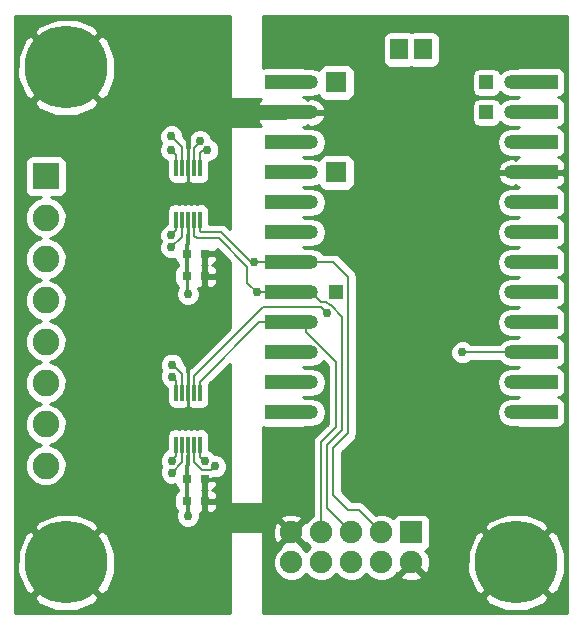
<source format=gtl>
G04 #@! TF.FileFunction,Copper,L1,Top,Signal*
%FSLAX46Y46*%
G04 Gerber Fmt 4.6, Leading zero omitted, Abs format (unit mm)*
G04 Created by KiCad (PCBNEW 4.0.4-stable) date Sunday, November 27, 2016 'PMt' 03:20:47 PM*
%MOMM*%
%LPD*%
G01*
G04 APERTURE LIST*
%ADD10C,0.100000*%
%ADD11O,2.000000X1.200000*%
%ADD12R,3.175000X1.270000*%
%ADD13R,1.778000X1.778000*%
%ADD14R,1.143000X1.143000*%
%ADD15R,1.524000X1.778000*%
%ADD16R,0.800000X0.750000*%
%ADD17R,2.250000X2.250000*%
%ADD18C,2.250000*%
%ADD19R,0.300000X1.450000*%
%ADD20C,7.000000*%
%ADD21C,0.600000*%
%ADD22C,1.900000*%
%ADD23R,1.900000X1.900000*%
%ADD24C,0.762000*%
%ADD25C,0.203200*%
%ADD26C,1.270000*%
%ADD27C,0.254000*%
%ADD28C,0.381000*%
%ADD29C,0.304800*%
G04 APERTURE END LIST*
D10*
D11*
X43180000Y45720000D03*
X25400000Y45720000D03*
X43180000Y43180000D03*
X25400000Y43180000D03*
X43180000Y40640000D03*
X25400000Y40640000D03*
X43180000Y38100000D03*
X25400000Y38100000D03*
X43180000Y35560000D03*
X25400000Y35560000D03*
X43180000Y33020000D03*
X25400000Y33020000D03*
X43180000Y30480000D03*
X25400000Y30480000D03*
X43180000Y27940000D03*
X25400000Y27940000D03*
X43180000Y25400000D03*
X25400000Y25400000D03*
X43180000Y22860000D03*
X25400000Y22860000D03*
X43180000Y20320000D03*
X25400000Y20320000D03*
X43180000Y17780000D03*
X25400000Y17780000D03*
D12*
X23495000Y45720000D03*
X23495000Y43180000D03*
X23495000Y40640000D03*
X23495000Y38100000D03*
X23495000Y35560000D03*
X23495000Y33020000D03*
X23495000Y30480000D03*
X23495000Y27940000D03*
X23495000Y25400000D03*
X23495000Y22860000D03*
X23495000Y20320000D03*
X23495000Y17780000D03*
X45085000Y17780000D03*
X45085000Y20320000D03*
X45085000Y22860000D03*
X45085000Y25400000D03*
X45085000Y27940000D03*
X45085000Y30480000D03*
X45085000Y33020000D03*
X45085000Y35560000D03*
X45085000Y38100000D03*
X45085000Y40640000D03*
X45085000Y43180000D03*
X45085000Y45720000D03*
D13*
X27940000Y45720000D03*
X27940000Y38100000D03*
D14*
X27940000Y27940000D03*
X40640000Y43180000D03*
X40640000Y45720000D03*
D15*
X35306000Y48514000D03*
X33274000Y48514000D03*
D16*
X15280000Y29335000D03*
X16780000Y29335000D03*
X15280000Y10285000D03*
X16780000Y10285000D03*
X15280000Y31240000D03*
X16780000Y31240000D03*
X15280000Y12190000D03*
X16780000Y12190000D03*
D17*
X3330000Y37775000D03*
D18*
X3330000Y34275000D03*
X3330000Y30775000D03*
X3330000Y27275000D03*
X3330000Y23775000D03*
X3330000Y20275000D03*
X3330000Y16775000D03*
X3330000Y13275000D03*
D19*
X16395000Y34120000D03*
X16395000Y38520000D03*
X15895000Y34120000D03*
X15895000Y38520000D03*
X15395000Y34120000D03*
X15395000Y38520000D03*
X14895000Y34120000D03*
X14895000Y38520000D03*
X14395000Y34120000D03*
X14395000Y38520000D03*
X16395000Y15070000D03*
X16395000Y19470000D03*
X15895000Y15070000D03*
X15895000Y19470000D03*
X15395000Y15070000D03*
X15395000Y19470000D03*
X14895000Y15070000D03*
X14895000Y19470000D03*
X14395000Y15070000D03*
X14395000Y19470000D03*
D20*
X43180000Y5080000D03*
D21*
X45805000Y5080000D03*
X45036155Y3223845D03*
X43180000Y2455000D03*
X41323845Y3223845D03*
X40555000Y5080000D03*
X41323845Y6936155D03*
X43180000Y7705000D03*
X45036155Y6936155D03*
D20*
X5080000Y46990000D03*
D21*
X7705000Y46990000D03*
X6936155Y45133845D03*
X5080000Y44365000D03*
X3223845Y45133845D03*
X2455000Y46990000D03*
X3223845Y48846155D03*
X5080000Y49615000D03*
X6936155Y48846155D03*
D20*
X5080000Y5080000D03*
D21*
X7705000Y5080000D03*
X6936155Y3223845D03*
X5080000Y2455000D03*
X3223845Y3223845D03*
X2455000Y5080000D03*
X3223845Y6936155D03*
X5080000Y7705000D03*
X6936155Y6936155D03*
D22*
X34290000Y5080000D03*
D23*
X34290000Y7620000D03*
D22*
X31750000Y5080000D03*
X31750000Y7620000D03*
X29210000Y5080000D03*
X29210000Y7620000D03*
X26670000Y5080000D03*
X26670000Y7620000D03*
X24130000Y5080000D03*
X24130000Y7620000D03*
D24*
X13970000Y41148000D03*
X13970000Y40005000D03*
X13970000Y32766800D03*
X13970000Y31750000D03*
X13998000Y21842000D03*
X13998000Y20826000D03*
X13998000Y13714000D03*
X13998000Y12698000D03*
X10033000Y35052000D03*
X12827000Y8255000D03*
X11684000Y9525000D03*
X9017000Y10795000D03*
X7747000Y17907000D03*
X10287000Y18542000D03*
X10287000Y16002000D03*
X11557000Y25019000D03*
X14097000Y25019000D03*
X11557000Y28702000D03*
X9144000Y29845000D03*
X11684000Y44069000D03*
X12827000Y45212000D03*
X10033000Y37592000D03*
X7747000Y36449000D03*
X15367000Y27813000D03*
X15367000Y9017000D03*
X21209000Y27940000D03*
X17653000Y13208000D03*
X17018000Y40005000D03*
X20955000Y30480000D03*
X16791799Y13643851D03*
X16383000Y40767000D03*
X38608000Y22860000D03*
X27178000Y26162000D03*
D25*
X14859774Y40258226D02*
X14350999Y40767001D01*
X14859774Y39483426D02*
X14859774Y40258226D01*
X14895000Y39448200D02*
X14859774Y39483426D01*
X14895000Y38520000D02*
X14895000Y39448200D01*
X14350999Y40767001D02*
X13970000Y41148000D01*
X14395000Y38520000D02*
X14395000Y39580000D01*
X14395000Y39580000D02*
X13970000Y40005000D01*
X14395000Y34120000D02*
X14395000Y33191800D01*
X14395000Y33191800D02*
X13970000Y32766800D01*
X14895000Y32675000D02*
X13970000Y31750000D01*
X14895000Y34120000D02*
X14895000Y32675000D01*
X14895000Y21072000D02*
X14125000Y21842000D01*
X14125000Y21842000D02*
X13998000Y21842000D01*
X14895000Y19470000D02*
X14895000Y21072000D01*
X14395000Y20429000D02*
X13998000Y20826000D01*
X14395000Y19470000D02*
X14395000Y20429000D01*
X14395000Y14111000D02*
X13998000Y13714000D01*
X14395000Y15070000D02*
X14395000Y14111000D01*
X14895000Y13595000D02*
X13998000Y12698000D01*
X14895000Y15070000D02*
X14895000Y13595000D01*
D26*
X23495000Y43180000D02*
X17780000Y43180000D01*
D25*
X16780000Y12190000D02*
X16780000Y10285000D01*
D27*
X15367000Y18463000D02*
X15367000Y17526000D01*
X15395000Y19470000D02*
X15395000Y18491000D01*
X15395000Y18491000D02*
X15367000Y18463000D01*
X15395000Y21588000D02*
X15395000Y23721000D01*
X15395000Y23721000D02*
X14097000Y25019000D01*
X15395000Y38520000D02*
X15395000Y36350000D01*
X15395000Y38520000D02*
X15395000Y37541000D01*
D28*
X15367000Y40259000D02*
X15367000Y41275000D01*
X15395000Y40231000D02*
X15367000Y40259000D01*
D27*
X15395000Y38520000D02*
X15395000Y40231000D01*
D25*
X11049000Y10795000D02*
X11684000Y10160000D01*
X11684000Y10160000D02*
X11684000Y9525000D01*
X9017000Y10795000D02*
X11049000Y10795000D01*
X14097000Y25019000D02*
X11557000Y25019000D01*
X9144000Y29845000D02*
X10287000Y28702000D01*
X10287000Y28702000D02*
X11557000Y28702000D01*
X12827000Y44069000D02*
X11684000Y44069000D01*
X12827000Y45212000D02*
X12827000Y44069000D01*
X8890000Y36449000D02*
X10033000Y37592000D01*
X7747000Y36449000D02*
X8890000Y36449000D01*
D29*
X15395000Y21207000D02*
X15395000Y21588000D01*
D27*
X15395000Y20449000D02*
X15395000Y21207000D01*
X15395000Y19470000D02*
X15395000Y20449000D01*
D25*
X45085000Y45720000D02*
X43180000Y45720000D01*
D27*
X15280000Y27900000D02*
X15367000Y27813000D01*
X15280000Y29335000D02*
X15280000Y27900000D01*
D29*
X15367000Y9017000D02*
X15367000Y10198000D01*
X15367000Y10198000D02*
X15280000Y10285000D01*
X15280000Y29335000D02*
X15280000Y31240000D01*
X15367000Y32766000D02*
X15367000Y32006800D01*
X15367000Y32006800D02*
X15280000Y31919800D01*
X15280000Y31919800D02*
X15280000Y31240000D01*
X15395000Y32794000D02*
X15367000Y32766000D01*
D27*
X15395000Y34120000D02*
X15395000Y32794000D01*
D29*
X15280000Y12190000D02*
X15280000Y10285000D01*
X15395000Y13333000D02*
X15395000Y13841000D01*
X15395000Y13841000D02*
X15395000Y14054918D01*
D27*
X15395000Y15070000D02*
X15395000Y13841000D01*
D29*
X15280000Y13218000D02*
X15395000Y13333000D01*
X15280000Y12190000D02*
X15280000Y13218000D01*
D25*
X45085000Y33020000D02*
X43180000Y33020000D01*
X45085000Y30480000D02*
X43180000Y30480000D01*
X23495000Y27940000D02*
X25400000Y27940000D01*
X27178000Y9652000D02*
X28260001Y8569999D01*
X27178000Y14986000D02*
X27178000Y9652000D01*
X27380186Y26847802D02*
X27507186Y26847802D01*
X25400000Y27940000D02*
X25800000Y27940000D01*
X28448000Y25906988D02*
X28448000Y16256000D01*
X25800000Y27940000D02*
X26603200Y27136800D01*
X26603200Y27136800D02*
X27091188Y27136800D01*
X27091188Y27136800D02*
X27380186Y26847802D01*
X27507186Y26847802D02*
X28448000Y25906988D01*
X28448000Y16256000D02*
X27178000Y14986000D01*
X28260001Y8569999D02*
X29210000Y7620000D01*
X21209000Y27940000D02*
X20383500Y28765500D01*
X20383500Y28765500D02*
X20383500Y30099000D01*
X20383500Y30099000D02*
X17970500Y32512000D01*
X17970500Y32512000D02*
X16129000Y32512000D01*
X16129000Y32512000D02*
X15895000Y32746000D01*
X15895000Y32746000D02*
X15895000Y34120000D01*
X21209000Y27940000D02*
X23495000Y27940000D01*
X16561814Y12901198D02*
X17346198Y12901198D01*
X17346198Y12901198D02*
X17653000Y13208000D01*
X15895000Y13568012D02*
X16561814Y12901198D01*
X15895000Y15070000D02*
X15895000Y13568012D01*
X23495000Y27940000D02*
X21463000Y27940000D01*
X15895000Y33000000D02*
X15895000Y33191800D01*
X15895000Y33191800D02*
X15895000Y34120000D01*
X23495000Y25400000D02*
X25400000Y25400000D01*
X16637000Y40005000D02*
X17018000Y40005000D01*
X16395000Y39763000D02*
X16637000Y40005000D01*
X16395000Y38520000D02*
X16395000Y39763000D01*
X25400000Y24596800D02*
X25400000Y25400000D01*
X26670000Y7620000D02*
X26670000Y15240000D01*
X26670000Y15240000D02*
X27940000Y16510000D01*
X27940000Y16510000D02*
X27940000Y22056800D01*
X27940000Y22056800D02*
X25400000Y24596800D01*
X21704300Y25400000D02*
X23495000Y25400000D01*
X21396800Y25400000D02*
X21704300Y25400000D01*
X16395000Y19470000D02*
X16395000Y20398200D01*
X16395000Y20398200D02*
X21396800Y25400000D01*
X45085000Y25400000D02*
X43180000Y25400000D01*
X45085000Y27940000D02*
X43180000Y27940000D01*
X23495000Y30480000D02*
X25400000Y30480000D01*
X28956000Y29210000D02*
X27686000Y30480000D01*
X27686000Y30480000D02*
X25400000Y30480000D01*
X28956000Y16002000D02*
X28956000Y29210000D01*
X27686000Y14732000D02*
X28956000Y16002000D01*
X27686000Y10795000D02*
X27686000Y14732000D01*
X28956000Y9525000D02*
X27686000Y10795000D01*
X31750000Y7620000D02*
X29845000Y9525000D01*
X29845000Y9525000D02*
X28956000Y9525000D01*
X20701000Y30480000D02*
X20955000Y30480000D01*
X20955000Y30480000D02*
X23495000Y30480000D01*
X16410800Y14024850D02*
X16791799Y13643851D01*
X16395000Y15070000D02*
X16395000Y14040650D01*
X16395000Y14040650D02*
X16410800Y14024850D01*
X16637000Y33020000D02*
X18161000Y33020000D01*
X18161000Y33020000D02*
X20701000Y30480000D01*
X16637000Y33020000D02*
X17399000Y33020000D01*
X16510000Y33020000D02*
X16637000Y33020000D01*
X16395000Y34120000D02*
X16395000Y33135000D01*
X16395000Y33135000D02*
X16510000Y33020000D01*
X23495000Y22860000D02*
X25400000Y22860000D01*
X15895000Y40152000D02*
X16383000Y40640000D01*
X16383000Y40640000D02*
X16383000Y40767000D01*
X15895000Y38520000D02*
X15895000Y40152000D01*
X45085000Y22860000D02*
X43180000Y22860000D01*
X43180000Y22860000D02*
X38608000Y22860000D01*
X21717000Y26670000D02*
X26670000Y26670000D01*
X26670000Y26670000D02*
X27178000Y26162000D01*
X15895000Y19470000D02*
X15895000Y20848000D01*
X15895000Y20848000D02*
X21717000Y26670000D01*
X15895000Y19470000D02*
X15895000Y20975000D01*
X23495000Y45720000D02*
X25400000Y45720000D01*
X45085000Y43180000D02*
X43180000Y43180000D01*
X43180000Y40640000D02*
X45085000Y40640000D01*
X23495000Y40640000D02*
X25400000Y40640000D01*
X25400000Y38100000D02*
X23495000Y38100000D01*
X45085000Y35560000D02*
X43180000Y35560000D01*
X25400000Y35560000D02*
X23495000Y35560000D01*
X25400000Y33020000D02*
X23495000Y33020000D01*
X23495000Y33020000D02*
X25285700Y33020000D01*
X25285700Y33020000D02*
X25527000Y33261300D01*
X45085000Y20320000D02*
X43180000Y20320000D01*
X23495000Y20320000D02*
X25400000Y20320000D01*
X45085000Y17780000D02*
X43180000Y17780000D01*
X25400000Y17780000D02*
X23495000Y17780000D01*
D27*
G36*
X18923000Y44450000D02*
X18931685Y44403841D01*
X18958965Y44361447D01*
X19000590Y44333006D01*
X19050000Y44323000D01*
X21517474Y44323000D01*
X21369173Y44174698D01*
X21272500Y43941309D01*
X21272500Y43465750D01*
X21431250Y43307000D01*
X23368000Y43307000D01*
X23368000Y43327000D01*
X23622000Y43327000D01*
X23622000Y43307000D01*
X26868731Y43307000D01*
X26993462Y43497609D01*
X26989592Y43535281D01*
X26763080Y43963474D01*
X26389947Y44272390D01*
X25927000Y44415000D01*
X25527000Y44415000D01*
X25527000Y44268526D01*
X25442199Y44353327D01*
X25208810Y44450000D01*
X25148613Y44450000D01*
X25317817Y44481838D01*
X25322731Y44485000D01*
X25832032Y44485000D01*
X26304646Y44579009D01*
X26434633Y44665863D01*
X26447838Y44595683D01*
X26586910Y44379559D01*
X26799110Y44234569D01*
X27051000Y44183560D01*
X28829000Y44183560D01*
X29064317Y44227838D01*
X29280441Y44366910D01*
X29425431Y44579110D01*
X29476440Y44831000D01*
X29476440Y46291500D01*
X39421060Y46291500D01*
X39421060Y45148500D01*
X39465338Y44913183D01*
X39604410Y44697059D01*
X39816610Y44552069D01*
X40068500Y44501060D01*
X41211500Y44501060D01*
X41446817Y44545338D01*
X41662941Y44684410D01*
X41807931Y44896610D01*
X41815705Y44935001D01*
X41874691Y44846723D01*
X42275354Y44579009D01*
X42747968Y44485000D01*
X43263234Y44485000D01*
X43433814Y44450457D01*
X43262183Y44418162D01*
X43257269Y44415000D01*
X42747968Y44415000D01*
X42275354Y44320991D01*
X41874691Y44053277D01*
X41818095Y43968574D01*
X41814662Y43986817D01*
X41675590Y44202941D01*
X41463390Y44347931D01*
X41211500Y44398940D01*
X40068500Y44398940D01*
X39833183Y44354662D01*
X39617059Y44215590D01*
X39472069Y44003390D01*
X39421060Y43751500D01*
X39421060Y42608500D01*
X39465338Y42373183D01*
X39604410Y42157059D01*
X39816610Y42012069D01*
X40068500Y41961060D01*
X41211500Y41961060D01*
X41446817Y42005338D01*
X41662941Y42144410D01*
X41807931Y42356610D01*
X41815705Y42395001D01*
X41874691Y42306723D01*
X42275354Y42039009D01*
X42747968Y41945000D01*
X43263234Y41945000D01*
X43433814Y41910457D01*
X43262183Y41878162D01*
X43257269Y41875000D01*
X42747968Y41875000D01*
X42275354Y41780991D01*
X41874691Y41513277D01*
X41606977Y41112614D01*
X41512968Y40640000D01*
X41606977Y40167386D01*
X41874691Y39766723D01*
X42275354Y39499009D01*
X42747968Y39405000D01*
X43263234Y39405000D01*
X43436069Y39370000D01*
X43371190Y39370000D01*
X43137801Y39273327D01*
X43053000Y39188526D01*
X43053000Y39335000D01*
X42653000Y39335000D01*
X42190053Y39192390D01*
X41816920Y38883474D01*
X41590408Y38455281D01*
X41586538Y38417609D01*
X41711269Y38227000D01*
X44958000Y38227000D01*
X44958000Y38247000D01*
X45212000Y38247000D01*
X45212000Y38227000D01*
X47148750Y38227000D01*
X47307500Y38385750D01*
X47307500Y38861309D01*
X47210827Y39094698D01*
X47032199Y39273327D01*
X46798810Y39370000D01*
X46738613Y39370000D01*
X46907817Y39401838D01*
X47123941Y39540910D01*
X47268931Y39753110D01*
X47319940Y40005000D01*
X47319940Y41275000D01*
X47275662Y41510317D01*
X47136590Y41726441D01*
X46924390Y41871431D01*
X46736186Y41909543D01*
X46907817Y41941838D01*
X47123941Y42080910D01*
X47268931Y42293110D01*
X47319940Y42545000D01*
X47319940Y43815000D01*
X47275662Y44050317D01*
X47136590Y44266441D01*
X46924390Y44411431D01*
X46736186Y44449543D01*
X46907817Y44481838D01*
X47123941Y44620910D01*
X47268931Y44833110D01*
X47319940Y45085000D01*
X47319940Y46355000D01*
X47275662Y46590317D01*
X47136590Y46806441D01*
X46924390Y46951431D01*
X46672500Y47002440D01*
X43497500Y47002440D01*
X43262183Y46958162D01*
X43257269Y46955000D01*
X42747968Y46955000D01*
X42275354Y46860991D01*
X41874691Y46593277D01*
X41818095Y46508574D01*
X41814662Y46526817D01*
X41675590Y46742941D01*
X41463390Y46887931D01*
X41211500Y46938940D01*
X40068500Y46938940D01*
X39833183Y46894662D01*
X39617059Y46755590D01*
X39472069Y46543390D01*
X39421060Y46291500D01*
X29476440Y46291500D01*
X29476440Y46609000D01*
X29432162Y46844317D01*
X29293090Y47060441D01*
X29080890Y47205431D01*
X28829000Y47256440D01*
X27051000Y47256440D01*
X26815683Y47212162D01*
X26599559Y47073090D01*
X26454569Y46860890D01*
X26436719Y46772743D01*
X26304646Y46860991D01*
X25832032Y46955000D01*
X25316766Y46955000D01*
X25082500Y47002440D01*
X21907500Y47002440D01*
X21717000Y46966595D01*
X21717000Y49403000D01*
X31864560Y49403000D01*
X31864560Y47625000D01*
X31908838Y47389683D01*
X32047910Y47173559D01*
X32260110Y47028569D01*
X32512000Y46977560D01*
X34036000Y46977560D01*
X34271317Y47021838D01*
X34287099Y47031993D01*
X34292110Y47028569D01*
X34544000Y46977560D01*
X36068000Y46977560D01*
X36303317Y47021838D01*
X36519441Y47160910D01*
X36664431Y47373110D01*
X36715440Y47625000D01*
X36715440Y49403000D01*
X36671162Y49638317D01*
X36532090Y49854441D01*
X36319890Y49999431D01*
X36068000Y50050440D01*
X34544000Y50050440D01*
X34308683Y50006162D01*
X34292901Y49996007D01*
X34287890Y49999431D01*
X34036000Y50050440D01*
X32512000Y50050440D01*
X32276683Y50006162D01*
X32060559Y49867090D01*
X31915569Y49654890D01*
X31864560Y49403000D01*
X21717000Y49403000D01*
X21717000Y51308000D01*
X47498000Y51308000D01*
X47498000Y762000D01*
X21717000Y762000D01*
X21717000Y2122688D01*
X40402293Y2122688D01*
X40805762Y1596076D01*
X42319730Y952693D01*
X43964666Y937654D01*
X45490145Y1553250D01*
X45554238Y1596076D01*
X45957707Y2122688D01*
X43180000Y4900395D01*
X40402293Y2122688D01*
X21717000Y2122688D01*
X21717000Y7620000D01*
X21708315Y7666159D01*
X21681035Y7708553D01*
X21639410Y7736994D01*
X21590000Y7747000D01*
X19050000Y7747000D01*
X19003841Y7738315D01*
X18961447Y7711035D01*
X18933006Y7669410D01*
X18923000Y7620000D01*
X18923000Y762000D01*
X762000Y762000D01*
X762000Y2122688D01*
X2302293Y2122688D01*
X2705762Y1596076D01*
X4219730Y952693D01*
X5864666Y937654D01*
X7390145Y1553250D01*
X7454238Y1596076D01*
X7857707Y2122688D01*
X5080000Y4900395D01*
X2302293Y2122688D01*
X762000Y2122688D01*
X762000Y4295334D01*
X937654Y4295334D01*
X1553250Y2769855D01*
X1596076Y2705762D01*
X2122688Y2302293D01*
X4900395Y5080000D01*
X5259605Y5080000D01*
X8037312Y2302293D01*
X8563924Y2705762D01*
X9207307Y4219730D01*
X9222346Y5864666D01*
X8606750Y7390145D01*
X8563924Y7454238D01*
X8037312Y7857707D01*
X5259605Y5080000D01*
X4900395Y5080000D01*
X2122688Y7857707D01*
X1596076Y7454238D01*
X952693Y5940270D01*
X937654Y4295334D01*
X762000Y4295334D01*
X762000Y8037312D01*
X2302293Y8037312D01*
X5080000Y5259605D01*
X7692997Y7872602D01*
X22533812Y7872602D01*
X22558648Y7242539D01*
X22751981Y6775792D01*
X23013650Y6683255D01*
X23950395Y7620000D01*
X23013650Y8556745D01*
X22751981Y8464208D01*
X22533812Y7872602D01*
X7692997Y7872602D01*
X7857707Y8037312D01*
X7454238Y8563924D01*
X5940270Y9207307D01*
X4295334Y9222346D01*
X2769855Y8606750D01*
X2705762Y8563924D01*
X2302293Y8037312D01*
X762000Y8037312D01*
X762000Y38900000D01*
X1557560Y38900000D01*
X1557560Y36650000D01*
X1601838Y36414683D01*
X1740910Y36198559D01*
X1953110Y36053569D01*
X2205000Y36002560D01*
X2902203Y36002560D01*
X2334343Y35767925D01*
X1838815Y35273261D01*
X1570307Y34626621D01*
X1569696Y33926450D01*
X1837075Y33279343D01*
X2331739Y32783815D01*
X2955772Y32524694D01*
X2334343Y32267925D01*
X1838815Y31773261D01*
X1570307Y31126621D01*
X1569696Y30426450D01*
X1837075Y29779343D01*
X2331739Y29283815D01*
X2955772Y29024694D01*
X2334343Y28767925D01*
X1838815Y28273261D01*
X1570307Y27626621D01*
X1569696Y26926450D01*
X1837075Y26279343D01*
X2331739Y25783815D01*
X2955772Y25524694D01*
X2334343Y25267925D01*
X1838815Y24773261D01*
X1570307Y24126621D01*
X1569696Y23426450D01*
X1837075Y22779343D01*
X2331739Y22283815D01*
X2955772Y22024694D01*
X2334343Y21767925D01*
X1838815Y21273261D01*
X1570307Y20626621D01*
X1569696Y19926450D01*
X1837075Y19279343D01*
X2331739Y18783815D01*
X2955772Y18524694D01*
X2334343Y18267925D01*
X1838815Y17773261D01*
X1570307Y17126621D01*
X1569696Y16426450D01*
X1837075Y15779343D01*
X2331739Y15283815D01*
X2955772Y15024694D01*
X2334343Y14767925D01*
X1838815Y14273261D01*
X1570307Y13626621D01*
X1569696Y12926450D01*
X1837075Y12279343D01*
X2331739Y11783815D01*
X2978379Y11515307D01*
X3678550Y11514696D01*
X4325657Y11782075D01*
X4821185Y12276739D01*
X5089693Y12923379D01*
X5090207Y13512792D01*
X12981824Y13512792D01*
X13108709Y13205706D01*
X12982176Y12900982D01*
X12981824Y12496792D01*
X13136175Y12123234D01*
X13421731Y11837179D01*
X13795018Y11682176D01*
X14199208Y11681824D01*
X14253405Y11704218D01*
X14276838Y11579683D01*
X14415910Y11363559D01*
X14492600Y11311159D01*
X14492600Y11165299D01*
X14428559Y11124090D01*
X14283569Y10911890D01*
X14232560Y10660000D01*
X14232560Y9910000D01*
X14276838Y9674683D01*
X14415910Y9458559D01*
X14442654Y9440285D01*
X14351176Y9219982D01*
X14350824Y8815792D01*
X14505175Y8442234D01*
X14790731Y8156179D01*
X15164018Y8001176D01*
X15568208Y8000824D01*
X15941766Y8155175D01*
X16227821Y8440731D01*
X16350573Y8736350D01*
X23193255Y8736350D01*
X24130000Y7799605D01*
X25066745Y8736350D01*
X24974208Y8998019D01*
X24382602Y9216188D01*
X23752539Y9191352D01*
X23285792Y8998019D01*
X23193255Y8736350D01*
X16350573Y8736350D01*
X16382824Y8814018D01*
X16383176Y9218208D01*
X16359710Y9275000D01*
X16494250Y9275000D01*
X16653000Y9433750D01*
X16653000Y10158000D01*
X16907000Y10158000D01*
X16907000Y9433750D01*
X17065750Y9275000D01*
X17306309Y9275000D01*
X17539698Y9371673D01*
X17718327Y9550301D01*
X17815000Y9783690D01*
X17815000Y9999250D01*
X17656250Y10158000D01*
X16907000Y10158000D01*
X16653000Y10158000D01*
X16633000Y10158000D01*
X16633000Y10412000D01*
X16653000Y10412000D01*
X16653000Y11136250D01*
X16551750Y11237500D01*
X16653000Y11338750D01*
X16653000Y12063000D01*
X16907000Y12063000D01*
X16907000Y11338750D01*
X17008250Y11237500D01*
X16907000Y11136250D01*
X16907000Y10412000D01*
X17656250Y10412000D01*
X17815000Y10570750D01*
X17815000Y10786310D01*
X17718327Y11019699D01*
X17539698Y11198327D01*
X17445126Y11237500D01*
X17539698Y11276673D01*
X17718327Y11455301D01*
X17815000Y11688690D01*
X17815000Y11904250D01*
X17656250Y12063000D01*
X16907000Y12063000D01*
X16653000Y12063000D01*
X16633000Y12063000D01*
X16633000Y12164598D01*
X17346198Y12164598D01*
X17484691Y12192146D01*
X17854208Y12191824D01*
X18227766Y12346175D01*
X18513821Y12631731D01*
X18668824Y13005018D01*
X18669176Y13409208D01*
X18514825Y13782766D01*
X18229269Y14068821D01*
X17855982Y14223824D01*
X17648245Y14224005D01*
X17368068Y14504672D01*
X17192440Y14577599D01*
X17192440Y15795000D01*
X17148162Y16030317D01*
X17009090Y16246441D01*
X16796890Y16391431D01*
X16545000Y16442440D01*
X16245000Y16442440D01*
X16141329Y16422933D01*
X16045000Y16442440D01*
X15745000Y16442440D01*
X15641329Y16422933D01*
X15545000Y16442440D01*
X15245000Y16442440D01*
X15141329Y16422933D01*
X15045000Y16442440D01*
X14745000Y16442440D01*
X14641329Y16422933D01*
X14545000Y16442440D01*
X14245000Y16442440D01*
X14009683Y16398162D01*
X13793559Y16259090D01*
X13648569Y16046890D01*
X13597560Y15795000D01*
X13597560Y14647855D01*
X13423234Y14575825D01*
X13137179Y14290269D01*
X12982176Y13916982D01*
X12981824Y13512792D01*
X5090207Y13512792D01*
X5090304Y13623550D01*
X4822925Y14270657D01*
X4328261Y14766185D01*
X3704228Y15025306D01*
X4325657Y15282075D01*
X4821185Y15776739D01*
X5089693Y16423379D01*
X5090304Y17123550D01*
X4822925Y17770657D01*
X4328261Y18266185D01*
X3704228Y18525306D01*
X4325657Y18782075D01*
X4821185Y19276739D01*
X5089693Y19923379D01*
X5090304Y20623550D01*
X4822925Y21270657D01*
X4328261Y21766185D01*
X3704228Y22025306D01*
X4325657Y22282075D01*
X4821185Y22776739D01*
X5089693Y23423379D01*
X5090304Y24123550D01*
X4822925Y24770657D01*
X4328261Y25266185D01*
X3704228Y25525306D01*
X4325657Y25782075D01*
X4821185Y26276739D01*
X5089693Y26923379D01*
X5090304Y27623550D01*
X4822925Y28270657D01*
X4328261Y28766185D01*
X3704228Y29025306D01*
X4325657Y29282075D01*
X4821185Y29776739D01*
X5089693Y30423379D01*
X5090304Y31123550D01*
X4822925Y31770657D01*
X4328261Y32266185D01*
X3704228Y32525306D01*
X3801727Y32565592D01*
X12953824Y32565592D01*
X13080875Y32258105D01*
X12954176Y31952982D01*
X12953824Y31548792D01*
X13108175Y31175234D01*
X13393731Y30889179D01*
X13767018Y30734176D01*
X14171208Y30733824D01*
X14251036Y30766808D01*
X14276838Y30629683D01*
X14415910Y30413559D01*
X14492600Y30361159D01*
X14492600Y30215299D01*
X14428559Y30174090D01*
X14283569Y29961890D01*
X14232560Y29710000D01*
X14232560Y28960000D01*
X14276838Y28724683D01*
X14415910Y28508559D01*
X14518000Y28438804D01*
X14518000Y28401069D01*
X14506179Y28389269D01*
X14351176Y28015982D01*
X14350824Y27611792D01*
X14505175Y27238234D01*
X14790731Y26952179D01*
X15164018Y26797176D01*
X15568208Y26796824D01*
X15941766Y26951175D01*
X16227821Y27236731D01*
X16382824Y27610018D01*
X16383176Y28014208D01*
X16254759Y28325000D01*
X16494250Y28325000D01*
X16653000Y28483750D01*
X16653000Y29208000D01*
X16907000Y29208000D01*
X16907000Y28483750D01*
X17065750Y28325000D01*
X17306309Y28325000D01*
X17539698Y28421673D01*
X17718327Y28600301D01*
X17815000Y28833690D01*
X17815000Y29049250D01*
X17656250Y29208000D01*
X16907000Y29208000D01*
X16653000Y29208000D01*
X16633000Y29208000D01*
X16633000Y29462000D01*
X16653000Y29462000D01*
X16653000Y30186250D01*
X16551750Y30287500D01*
X16653000Y30388750D01*
X16653000Y31113000D01*
X16907000Y31113000D01*
X16907000Y30388750D01*
X17008250Y30287500D01*
X16907000Y30186250D01*
X16907000Y29462000D01*
X17656250Y29462000D01*
X17815000Y29620750D01*
X17815000Y29836310D01*
X17718327Y30069699D01*
X17539698Y30248327D01*
X17445126Y30287500D01*
X17539698Y30326673D01*
X17718327Y30505301D01*
X17815000Y30738690D01*
X17815000Y30954250D01*
X17656250Y31113000D01*
X16907000Y31113000D01*
X16653000Y31113000D01*
X16633000Y31113000D01*
X16633000Y31367000D01*
X16653000Y31367000D01*
X16653000Y31387000D01*
X16907000Y31387000D01*
X16907000Y31367000D01*
X17656250Y31367000D01*
X17815000Y31525750D01*
X17815000Y31625790D01*
X18923000Y30517790D01*
X18923000Y24917710D01*
X15672665Y21667375D01*
X15613115Y21655530D01*
X15447789Y21545062D01*
X15415855Y21592855D01*
X15014134Y21994576D01*
X15014176Y22043208D01*
X14859825Y22416766D01*
X14574269Y22702821D01*
X14200982Y22857824D01*
X13796792Y22858176D01*
X13423234Y22703825D01*
X13137179Y22418269D01*
X12982176Y22044982D01*
X12981824Y21640792D01*
X13108709Y21333706D01*
X12982176Y21028982D01*
X12981824Y20624792D01*
X13136175Y20251234D01*
X13421731Y19965179D01*
X13597560Y19892168D01*
X13597560Y18745000D01*
X13641838Y18509683D01*
X13780910Y18293559D01*
X13993110Y18148569D01*
X14245000Y18097560D01*
X14545000Y18097560D01*
X14648671Y18117067D01*
X14745000Y18097560D01*
X15045000Y18097560D01*
X15116324Y18110981D01*
X15118691Y18110000D01*
X15161250Y18110000D01*
X15172871Y18121621D01*
X15280317Y18141838D01*
X15394978Y18215620D01*
X15493110Y18148569D01*
X15614830Y18123920D01*
X15628750Y18110000D01*
X15671309Y18110000D01*
X15675335Y18111668D01*
X15745000Y18097560D01*
X16045000Y18097560D01*
X16148671Y18117067D01*
X16245000Y18097560D01*
X16545000Y18097560D01*
X16780317Y18141838D01*
X16996441Y18280910D01*
X17141431Y18493110D01*
X17192440Y18745000D01*
X17192440Y20153930D01*
X18923000Y21884490D01*
X18923000Y10160000D01*
X18931685Y10113841D01*
X18958965Y10071447D01*
X19000590Y10043006D01*
X19050000Y10033000D01*
X21590000Y10033000D01*
X21636159Y10041685D01*
X21678553Y10068965D01*
X21706994Y10110590D01*
X21717000Y10160000D01*
X21717000Y16536137D01*
X21907500Y16497560D01*
X25082500Y16497560D01*
X25317817Y16541838D01*
X25322731Y16545000D01*
X25832032Y16545000D01*
X26304646Y16639009D01*
X26705309Y16906723D01*
X26973023Y17307386D01*
X27067032Y17780000D01*
X26973023Y18252614D01*
X26705309Y18653277D01*
X26304646Y18920991D01*
X25832032Y19015000D01*
X25316766Y19015000D01*
X25146186Y19049543D01*
X25317817Y19081838D01*
X25322731Y19085000D01*
X25832032Y19085000D01*
X26304646Y19179009D01*
X26705309Y19446723D01*
X26973023Y19847386D01*
X27067032Y20320000D01*
X26973023Y20792614D01*
X26705309Y21193277D01*
X26304646Y21460991D01*
X25832032Y21555000D01*
X25316766Y21555000D01*
X25146186Y21589543D01*
X25317817Y21621838D01*
X25322731Y21625000D01*
X25832032Y21625000D01*
X26304646Y21719009D01*
X26705309Y21986723D01*
X26810675Y22144415D01*
X27203400Y21751690D01*
X27203400Y16815110D01*
X26149145Y15760855D01*
X25989470Y15521885D01*
X25933400Y15240000D01*
X25933400Y9030615D01*
X25773343Y8964481D01*
X25333884Y8525789D01*
X25246350Y8556745D01*
X24309605Y7620000D01*
X25246350Y6683255D01*
X25334439Y6714407D01*
X25698471Y6349739D01*
X25399739Y6051529D01*
X25035789Y6416116D01*
X25066745Y6503650D01*
X24130000Y7440395D01*
X23193255Y6503650D01*
X23224407Y6415561D01*
X22787086Y5979003D01*
X22545276Y5396659D01*
X22544725Y4766107D01*
X22785519Y4183343D01*
X23230997Y3737086D01*
X23813341Y3495276D01*
X24443893Y3494725D01*
X25026657Y3735519D01*
X25400261Y4108471D01*
X25770997Y3737086D01*
X26353341Y3495276D01*
X26983893Y3494725D01*
X27566657Y3735519D01*
X27940261Y4108471D01*
X28310997Y3737086D01*
X28893341Y3495276D01*
X29523893Y3494725D01*
X30106657Y3735519D01*
X30480261Y4108471D01*
X30850997Y3737086D01*
X31433341Y3495276D01*
X32063893Y3494725D01*
X32646657Y3735519D01*
X32875186Y3963650D01*
X33353255Y3963650D01*
X33445792Y3701981D01*
X34037398Y3483812D01*
X34667461Y3508648D01*
X35134208Y3701981D01*
X35226745Y3963650D01*
X34290000Y4900395D01*
X33353255Y3963650D01*
X32875186Y3963650D01*
X33086116Y4174211D01*
X33173650Y4143255D01*
X34110395Y5080000D01*
X34096253Y5094142D01*
X34275858Y5273747D01*
X34290000Y5259605D01*
X34304143Y5273747D01*
X34483748Y5094142D01*
X34469605Y5080000D01*
X35406350Y4143255D01*
X35668019Y4235792D01*
X35689976Y4295334D01*
X39037654Y4295334D01*
X39653250Y2769855D01*
X39696076Y2705762D01*
X40222688Y2302293D01*
X43000395Y5080000D01*
X43359605Y5080000D01*
X46137312Y2302293D01*
X46663924Y2705762D01*
X47307307Y4219730D01*
X47322346Y5864666D01*
X46706750Y7390145D01*
X46663924Y7454238D01*
X46137312Y7857707D01*
X43359605Y5080000D01*
X43000395Y5080000D01*
X40222688Y7857707D01*
X39696076Y7454238D01*
X39052693Y5940270D01*
X39037654Y4295334D01*
X35689976Y4295334D01*
X35886188Y4827398D01*
X35861352Y5457461D01*
X35668019Y5924208D01*
X35406352Y6016744D01*
X35452072Y6062464D01*
X35475317Y6066838D01*
X35691441Y6205910D01*
X35836431Y6418110D01*
X35887440Y6670000D01*
X35887440Y8037312D01*
X40402293Y8037312D01*
X43180000Y5259605D01*
X45957707Y8037312D01*
X45554238Y8563924D01*
X44040270Y9207307D01*
X42395334Y9222346D01*
X40869855Y8606750D01*
X40805762Y8563924D01*
X40402293Y8037312D01*
X35887440Y8037312D01*
X35887440Y8570000D01*
X35843162Y8805317D01*
X35704090Y9021441D01*
X35491890Y9166431D01*
X35240000Y9217440D01*
X33340000Y9217440D01*
X33104683Y9173162D01*
X32888559Y9034090D01*
X32762347Y8849372D01*
X32649003Y8962914D01*
X32066659Y9204724D01*
X31436107Y9205275D01*
X31273587Y9138123D01*
X30365855Y10045855D01*
X30126885Y10205530D01*
X29845000Y10261600D01*
X29261110Y10261600D01*
X28422600Y11100110D01*
X28422600Y14426890D01*
X29476855Y15481145D01*
X29636530Y15720115D01*
X29692600Y16002000D01*
X29692600Y22658792D01*
X37591824Y22658792D01*
X37746175Y22285234D01*
X38031731Y21999179D01*
X38405018Y21844176D01*
X38809208Y21843824D01*
X39182766Y21998175D01*
X39308210Y22123400D01*
X41783367Y22123400D01*
X41874691Y21986723D01*
X42275354Y21719009D01*
X42747968Y21625000D01*
X43263234Y21625000D01*
X43433814Y21590457D01*
X43262183Y21558162D01*
X43257269Y21555000D01*
X42747968Y21555000D01*
X42275354Y21460991D01*
X41874691Y21193277D01*
X41606977Y20792614D01*
X41512968Y20320000D01*
X41606977Y19847386D01*
X41874691Y19446723D01*
X42275354Y19179009D01*
X42747968Y19085000D01*
X43263234Y19085000D01*
X43433814Y19050457D01*
X43262183Y19018162D01*
X43257269Y19015000D01*
X42747968Y19015000D01*
X42275354Y18920991D01*
X41874691Y18653277D01*
X41606977Y18252614D01*
X41512968Y17780000D01*
X41606977Y17307386D01*
X41874691Y16906723D01*
X42275354Y16639009D01*
X42747968Y16545000D01*
X43263234Y16545000D01*
X43497500Y16497560D01*
X46672500Y16497560D01*
X46907817Y16541838D01*
X47123941Y16680910D01*
X47268931Y16893110D01*
X47319940Y17145000D01*
X47319940Y18415000D01*
X47275662Y18650317D01*
X47136590Y18866441D01*
X46924390Y19011431D01*
X46736186Y19049543D01*
X46907817Y19081838D01*
X47123941Y19220910D01*
X47268931Y19433110D01*
X47319940Y19685000D01*
X47319940Y20955000D01*
X47275662Y21190317D01*
X47136590Y21406441D01*
X46924390Y21551431D01*
X46736186Y21589543D01*
X46907817Y21621838D01*
X47123941Y21760910D01*
X47268931Y21973110D01*
X47319940Y22225000D01*
X47319940Y23495000D01*
X47275662Y23730317D01*
X47136590Y23946441D01*
X46924390Y24091431D01*
X46736186Y24129543D01*
X46907817Y24161838D01*
X47123941Y24300910D01*
X47268931Y24513110D01*
X47319940Y24765000D01*
X47319940Y26035000D01*
X47275662Y26270317D01*
X47136590Y26486441D01*
X46924390Y26631431D01*
X46736186Y26669543D01*
X46907817Y26701838D01*
X47123941Y26840910D01*
X47268931Y27053110D01*
X47319940Y27305000D01*
X47319940Y28575000D01*
X47275662Y28810317D01*
X47136590Y29026441D01*
X46924390Y29171431D01*
X46736186Y29209543D01*
X46907817Y29241838D01*
X47123941Y29380910D01*
X47268931Y29593110D01*
X47319940Y29845000D01*
X47319940Y31115000D01*
X47275662Y31350317D01*
X47136590Y31566441D01*
X46924390Y31711431D01*
X46736186Y31749543D01*
X46907817Y31781838D01*
X47123941Y31920910D01*
X47268931Y32133110D01*
X47319940Y32385000D01*
X47319940Y33655000D01*
X47275662Y33890317D01*
X47136590Y34106441D01*
X46924390Y34251431D01*
X46736186Y34289543D01*
X46907817Y34321838D01*
X47123941Y34460910D01*
X47268931Y34673110D01*
X47319940Y34925000D01*
X47319940Y36195000D01*
X47275662Y36430317D01*
X47136590Y36646441D01*
X46924390Y36791431D01*
X46733931Y36830000D01*
X46798810Y36830000D01*
X47032199Y36926673D01*
X47210827Y37105302D01*
X47307500Y37338691D01*
X47307500Y37814250D01*
X47148750Y37973000D01*
X45212000Y37973000D01*
X45212000Y37953000D01*
X44958000Y37953000D01*
X44958000Y37973000D01*
X41711269Y37973000D01*
X41586538Y37782391D01*
X41590408Y37744719D01*
X41816920Y37316526D01*
X42190053Y37007610D01*
X42653000Y36865000D01*
X43053000Y36865000D01*
X43053000Y37011474D01*
X43137801Y36926673D01*
X43371190Y36830000D01*
X43431387Y36830000D01*
X43262183Y36798162D01*
X43257269Y36795000D01*
X42747968Y36795000D01*
X42275354Y36700991D01*
X41874691Y36433277D01*
X41606977Y36032614D01*
X41512968Y35560000D01*
X41606977Y35087386D01*
X41874691Y34686723D01*
X42275354Y34419009D01*
X42747968Y34325000D01*
X43263234Y34325000D01*
X43433814Y34290457D01*
X43262183Y34258162D01*
X43257269Y34255000D01*
X42747968Y34255000D01*
X42275354Y34160991D01*
X41874691Y33893277D01*
X41606977Y33492614D01*
X41512968Y33020000D01*
X41606977Y32547386D01*
X41874691Y32146723D01*
X42275354Y31879009D01*
X42747968Y31785000D01*
X43263234Y31785000D01*
X43433814Y31750457D01*
X43262183Y31718162D01*
X43257269Y31715000D01*
X42747968Y31715000D01*
X42275354Y31620991D01*
X41874691Y31353277D01*
X41606977Y30952614D01*
X41512968Y30480000D01*
X41606977Y30007386D01*
X41874691Y29606723D01*
X42275354Y29339009D01*
X42747968Y29245000D01*
X43263234Y29245000D01*
X43433814Y29210457D01*
X43262183Y29178162D01*
X43257269Y29175000D01*
X42747968Y29175000D01*
X42275354Y29080991D01*
X41874691Y28813277D01*
X41606977Y28412614D01*
X41512968Y27940000D01*
X41606977Y27467386D01*
X41874691Y27066723D01*
X42275354Y26799009D01*
X42747968Y26705000D01*
X43263234Y26705000D01*
X43433814Y26670457D01*
X43262183Y26638162D01*
X43257269Y26635000D01*
X42747968Y26635000D01*
X42275354Y26540991D01*
X41874691Y26273277D01*
X41606977Y25872614D01*
X41512968Y25400000D01*
X41606977Y24927386D01*
X41874691Y24526723D01*
X42275354Y24259009D01*
X42747968Y24165000D01*
X43263234Y24165000D01*
X43433814Y24130457D01*
X43262183Y24098162D01*
X43257269Y24095000D01*
X42747968Y24095000D01*
X42275354Y24000991D01*
X41874691Y23733277D01*
X41783367Y23596600D01*
X39308273Y23596600D01*
X39184269Y23720821D01*
X38810982Y23875824D01*
X38406792Y23876176D01*
X38033234Y23721825D01*
X37747179Y23436269D01*
X37592176Y23062982D01*
X37591824Y22658792D01*
X29692600Y22658792D01*
X29692600Y29210000D01*
X29636530Y29491885D01*
X29476855Y29730855D01*
X28206855Y31000855D01*
X27967885Y31160530D01*
X27686000Y31216600D01*
X26796633Y31216600D01*
X26705309Y31353277D01*
X26304646Y31620991D01*
X25832032Y31715000D01*
X25316766Y31715000D01*
X25146186Y31749543D01*
X25317817Y31781838D01*
X25322731Y31785000D01*
X25832032Y31785000D01*
X26304646Y31879009D01*
X26705309Y32146723D01*
X26973023Y32547386D01*
X27067032Y33020000D01*
X26973023Y33492614D01*
X26705309Y33893277D01*
X26304646Y34160991D01*
X25832032Y34255000D01*
X25316766Y34255000D01*
X25146186Y34289543D01*
X25317817Y34321838D01*
X25322731Y34325000D01*
X25832032Y34325000D01*
X26304646Y34419009D01*
X26705309Y34686723D01*
X26973023Y35087386D01*
X27067032Y35560000D01*
X26973023Y36032614D01*
X26705309Y36433277D01*
X26304646Y36700991D01*
X25832032Y36795000D01*
X25316766Y36795000D01*
X25146186Y36829543D01*
X25317817Y36861838D01*
X25322731Y36865000D01*
X25832032Y36865000D01*
X26304646Y36959009D01*
X26434633Y37045863D01*
X26447838Y36975683D01*
X26586910Y36759559D01*
X26799110Y36614569D01*
X27051000Y36563560D01*
X28829000Y36563560D01*
X29064317Y36607838D01*
X29280441Y36746910D01*
X29425431Y36959110D01*
X29476440Y37211000D01*
X29476440Y38989000D01*
X29432162Y39224317D01*
X29293090Y39440441D01*
X29080890Y39585431D01*
X28829000Y39636440D01*
X27051000Y39636440D01*
X26815683Y39592162D01*
X26599559Y39453090D01*
X26454569Y39240890D01*
X26436719Y39152743D01*
X26304646Y39240991D01*
X25832032Y39335000D01*
X25316766Y39335000D01*
X25146186Y39369543D01*
X25317817Y39401838D01*
X25322731Y39405000D01*
X25832032Y39405000D01*
X26304646Y39499009D01*
X26705309Y39766723D01*
X26973023Y40167386D01*
X27067032Y40640000D01*
X26973023Y41112614D01*
X26705309Y41513277D01*
X26304646Y41780991D01*
X25832032Y41875000D01*
X25316766Y41875000D01*
X25143931Y41910000D01*
X25208810Y41910000D01*
X25442199Y42006673D01*
X25527000Y42091474D01*
X25527000Y41945000D01*
X25927000Y41945000D01*
X26389947Y42087610D01*
X26763080Y42396526D01*
X26989592Y42824719D01*
X26993462Y42862391D01*
X26868731Y43053000D01*
X23622000Y43053000D01*
X23622000Y43033000D01*
X23368000Y43033000D01*
X23368000Y43053000D01*
X21431250Y43053000D01*
X21272500Y42894250D01*
X21272500Y42418691D01*
X21369173Y42185302D01*
X21517474Y42037000D01*
X19050000Y42037000D01*
X19003841Y42028315D01*
X18961447Y42001035D01*
X18933006Y41959410D01*
X18923000Y41910000D01*
X18923000Y33299710D01*
X18681855Y33540855D01*
X18442885Y33700530D01*
X18161000Y33756600D01*
X17192440Y33756600D01*
X17192440Y34845000D01*
X17148162Y35080317D01*
X17009090Y35296441D01*
X16796890Y35441431D01*
X16545000Y35492440D01*
X16245000Y35492440D01*
X16141329Y35472933D01*
X16045000Y35492440D01*
X15745000Y35492440D01*
X15641329Y35472933D01*
X15545000Y35492440D01*
X15245000Y35492440D01*
X15141329Y35472933D01*
X15045000Y35492440D01*
X14745000Y35492440D01*
X14641329Y35472933D01*
X14545000Y35492440D01*
X14245000Y35492440D01*
X14009683Y35448162D01*
X13793559Y35309090D01*
X13648569Y35096890D01*
X13597560Y34845000D01*
X13597560Y33712224D01*
X13395234Y33628625D01*
X13109179Y33343069D01*
X12954176Y32969782D01*
X12953824Y32565592D01*
X3801727Y32565592D01*
X4325657Y32782075D01*
X4821185Y33276739D01*
X5089693Y33923379D01*
X5090304Y34623550D01*
X4822925Y35270657D01*
X4328261Y35766185D01*
X3759006Y36002560D01*
X4455000Y36002560D01*
X4690317Y36046838D01*
X4906441Y36185910D01*
X5051431Y36398110D01*
X5102440Y36650000D01*
X5102440Y38900000D01*
X5058162Y39135317D01*
X4919090Y39351441D01*
X4706890Y39496431D01*
X4455000Y39547440D01*
X2205000Y39547440D01*
X1969683Y39503162D01*
X1753559Y39364090D01*
X1608569Y39151890D01*
X1557560Y38900000D01*
X762000Y38900000D01*
X762000Y40946792D01*
X12953824Y40946792D01*
X13107012Y40576049D01*
X12954176Y40207982D01*
X12953824Y39803792D01*
X13108175Y39430234D01*
X13393731Y39144179D01*
X13597560Y39059541D01*
X13597560Y37795000D01*
X13641838Y37559683D01*
X13780910Y37343559D01*
X13993110Y37198569D01*
X14245000Y37147560D01*
X14545000Y37147560D01*
X14648671Y37167067D01*
X14745000Y37147560D01*
X15045000Y37147560D01*
X15116324Y37160981D01*
X15118691Y37160000D01*
X15161250Y37160000D01*
X15172871Y37171621D01*
X15280317Y37191838D01*
X15394978Y37265620D01*
X15493110Y37198569D01*
X15614830Y37173920D01*
X15628750Y37160000D01*
X15671309Y37160000D01*
X15675335Y37161668D01*
X15745000Y37147560D01*
X16045000Y37147560D01*
X16148671Y37167067D01*
X16245000Y37147560D01*
X16545000Y37147560D01*
X16780317Y37191838D01*
X16996441Y37330910D01*
X17141431Y37543110D01*
X17192440Y37795000D01*
X17192440Y38988847D01*
X17219208Y38988824D01*
X17592766Y39143175D01*
X17878821Y39428731D01*
X18033824Y39802018D01*
X18034176Y40206208D01*
X17879825Y40579766D01*
X17594269Y40865821D01*
X17399157Y40946839D01*
X17399176Y40968208D01*
X17244825Y41341766D01*
X16959269Y41627821D01*
X16585982Y41782824D01*
X16181792Y41783176D01*
X15808234Y41628825D01*
X15522179Y41343269D01*
X15367176Y40969982D01*
X15367022Y40792688D01*
X14986023Y41173687D01*
X14986176Y41349208D01*
X14831825Y41722766D01*
X14546269Y42008821D01*
X14172982Y42163824D01*
X13768792Y42164176D01*
X13395234Y42009825D01*
X13109179Y41724269D01*
X12954176Y41350982D01*
X12953824Y40946792D01*
X762000Y40946792D01*
X762000Y44032688D01*
X2302293Y44032688D01*
X2705762Y43506076D01*
X4219730Y42862693D01*
X5864666Y42847654D01*
X7390145Y43463250D01*
X7454238Y43506076D01*
X7857707Y44032688D01*
X5080000Y46810395D01*
X2302293Y44032688D01*
X762000Y44032688D01*
X762000Y46205334D01*
X937654Y46205334D01*
X1553250Y44679855D01*
X1596076Y44615762D01*
X2122688Y44212293D01*
X4900395Y46990000D01*
X5259605Y46990000D01*
X8037312Y44212293D01*
X8563924Y44615762D01*
X9207307Y46129730D01*
X9222346Y47774666D01*
X8606750Y49300145D01*
X8563924Y49364238D01*
X8037312Y49767707D01*
X5259605Y46990000D01*
X4900395Y46990000D01*
X2122688Y49767707D01*
X1596076Y49364238D01*
X952693Y47850270D01*
X937654Y46205334D01*
X762000Y46205334D01*
X762000Y49947312D01*
X2302293Y49947312D01*
X5080000Y47169605D01*
X7857707Y49947312D01*
X7454238Y50473924D01*
X5940270Y51117307D01*
X4295334Y51132346D01*
X2769855Y50516750D01*
X2705762Y50473924D01*
X2302293Y49947312D01*
X762000Y49947312D01*
X762000Y51308000D01*
X18923000Y51308000D01*
X18923000Y44450000D01*
X18923000Y44450000D01*
G37*
X18923000Y44450000D02*
X18931685Y44403841D01*
X18958965Y44361447D01*
X19000590Y44333006D01*
X19050000Y44323000D01*
X21517474Y44323000D01*
X21369173Y44174698D01*
X21272500Y43941309D01*
X21272500Y43465750D01*
X21431250Y43307000D01*
X23368000Y43307000D01*
X23368000Y43327000D01*
X23622000Y43327000D01*
X23622000Y43307000D01*
X26868731Y43307000D01*
X26993462Y43497609D01*
X26989592Y43535281D01*
X26763080Y43963474D01*
X26389947Y44272390D01*
X25927000Y44415000D01*
X25527000Y44415000D01*
X25527000Y44268526D01*
X25442199Y44353327D01*
X25208810Y44450000D01*
X25148613Y44450000D01*
X25317817Y44481838D01*
X25322731Y44485000D01*
X25832032Y44485000D01*
X26304646Y44579009D01*
X26434633Y44665863D01*
X26447838Y44595683D01*
X26586910Y44379559D01*
X26799110Y44234569D01*
X27051000Y44183560D01*
X28829000Y44183560D01*
X29064317Y44227838D01*
X29280441Y44366910D01*
X29425431Y44579110D01*
X29476440Y44831000D01*
X29476440Y46291500D01*
X39421060Y46291500D01*
X39421060Y45148500D01*
X39465338Y44913183D01*
X39604410Y44697059D01*
X39816610Y44552069D01*
X40068500Y44501060D01*
X41211500Y44501060D01*
X41446817Y44545338D01*
X41662941Y44684410D01*
X41807931Y44896610D01*
X41815705Y44935001D01*
X41874691Y44846723D01*
X42275354Y44579009D01*
X42747968Y44485000D01*
X43263234Y44485000D01*
X43433814Y44450457D01*
X43262183Y44418162D01*
X43257269Y44415000D01*
X42747968Y44415000D01*
X42275354Y44320991D01*
X41874691Y44053277D01*
X41818095Y43968574D01*
X41814662Y43986817D01*
X41675590Y44202941D01*
X41463390Y44347931D01*
X41211500Y44398940D01*
X40068500Y44398940D01*
X39833183Y44354662D01*
X39617059Y44215590D01*
X39472069Y44003390D01*
X39421060Y43751500D01*
X39421060Y42608500D01*
X39465338Y42373183D01*
X39604410Y42157059D01*
X39816610Y42012069D01*
X40068500Y41961060D01*
X41211500Y41961060D01*
X41446817Y42005338D01*
X41662941Y42144410D01*
X41807931Y42356610D01*
X41815705Y42395001D01*
X41874691Y42306723D01*
X42275354Y42039009D01*
X42747968Y41945000D01*
X43263234Y41945000D01*
X43433814Y41910457D01*
X43262183Y41878162D01*
X43257269Y41875000D01*
X42747968Y41875000D01*
X42275354Y41780991D01*
X41874691Y41513277D01*
X41606977Y41112614D01*
X41512968Y40640000D01*
X41606977Y40167386D01*
X41874691Y39766723D01*
X42275354Y39499009D01*
X42747968Y39405000D01*
X43263234Y39405000D01*
X43436069Y39370000D01*
X43371190Y39370000D01*
X43137801Y39273327D01*
X43053000Y39188526D01*
X43053000Y39335000D01*
X42653000Y39335000D01*
X42190053Y39192390D01*
X41816920Y38883474D01*
X41590408Y38455281D01*
X41586538Y38417609D01*
X41711269Y38227000D01*
X44958000Y38227000D01*
X44958000Y38247000D01*
X45212000Y38247000D01*
X45212000Y38227000D01*
X47148750Y38227000D01*
X47307500Y38385750D01*
X47307500Y38861309D01*
X47210827Y39094698D01*
X47032199Y39273327D01*
X46798810Y39370000D01*
X46738613Y39370000D01*
X46907817Y39401838D01*
X47123941Y39540910D01*
X47268931Y39753110D01*
X47319940Y40005000D01*
X47319940Y41275000D01*
X47275662Y41510317D01*
X47136590Y41726441D01*
X46924390Y41871431D01*
X46736186Y41909543D01*
X46907817Y41941838D01*
X47123941Y42080910D01*
X47268931Y42293110D01*
X47319940Y42545000D01*
X47319940Y43815000D01*
X47275662Y44050317D01*
X47136590Y44266441D01*
X46924390Y44411431D01*
X46736186Y44449543D01*
X46907817Y44481838D01*
X47123941Y44620910D01*
X47268931Y44833110D01*
X47319940Y45085000D01*
X47319940Y46355000D01*
X47275662Y46590317D01*
X47136590Y46806441D01*
X46924390Y46951431D01*
X46672500Y47002440D01*
X43497500Y47002440D01*
X43262183Y46958162D01*
X43257269Y46955000D01*
X42747968Y46955000D01*
X42275354Y46860991D01*
X41874691Y46593277D01*
X41818095Y46508574D01*
X41814662Y46526817D01*
X41675590Y46742941D01*
X41463390Y46887931D01*
X41211500Y46938940D01*
X40068500Y46938940D01*
X39833183Y46894662D01*
X39617059Y46755590D01*
X39472069Y46543390D01*
X39421060Y46291500D01*
X29476440Y46291500D01*
X29476440Y46609000D01*
X29432162Y46844317D01*
X29293090Y47060441D01*
X29080890Y47205431D01*
X28829000Y47256440D01*
X27051000Y47256440D01*
X26815683Y47212162D01*
X26599559Y47073090D01*
X26454569Y46860890D01*
X26436719Y46772743D01*
X26304646Y46860991D01*
X25832032Y46955000D01*
X25316766Y46955000D01*
X25082500Y47002440D01*
X21907500Y47002440D01*
X21717000Y46966595D01*
X21717000Y49403000D01*
X31864560Y49403000D01*
X31864560Y47625000D01*
X31908838Y47389683D01*
X32047910Y47173559D01*
X32260110Y47028569D01*
X32512000Y46977560D01*
X34036000Y46977560D01*
X34271317Y47021838D01*
X34287099Y47031993D01*
X34292110Y47028569D01*
X34544000Y46977560D01*
X36068000Y46977560D01*
X36303317Y47021838D01*
X36519441Y47160910D01*
X36664431Y47373110D01*
X36715440Y47625000D01*
X36715440Y49403000D01*
X36671162Y49638317D01*
X36532090Y49854441D01*
X36319890Y49999431D01*
X36068000Y50050440D01*
X34544000Y50050440D01*
X34308683Y50006162D01*
X34292901Y49996007D01*
X34287890Y49999431D01*
X34036000Y50050440D01*
X32512000Y50050440D01*
X32276683Y50006162D01*
X32060559Y49867090D01*
X31915569Y49654890D01*
X31864560Y49403000D01*
X21717000Y49403000D01*
X21717000Y51308000D01*
X47498000Y51308000D01*
X47498000Y762000D01*
X21717000Y762000D01*
X21717000Y2122688D01*
X40402293Y2122688D01*
X40805762Y1596076D01*
X42319730Y952693D01*
X43964666Y937654D01*
X45490145Y1553250D01*
X45554238Y1596076D01*
X45957707Y2122688D01*
X43180000Y4900395D01*
X40402293Y2122688D01*
X21717000Y2122688D01*
X21717000Y7620000D01*
X21708315Y7666159D01*
X21681035Y7708553D01*
X21639410Y7736994D01*
X21590000Y7747000D01*
X19050000Y7747000D01*
X19003841Y7738315D01*
X18961447Y7711035D01*
X18933006Y7669410D01*
X18923000Y7620000D01*
X18923000Y762000D01*
X762000Y762000D01*
X762000Y2122688D01*
X2302293Y2122688D01*
X2705762Y1596076D01*
X4219730Y952693D01*
X5864666Y937654D01*
X7390145Y1553250D01*
X7454238Y1596076D01*
X7857707Y2122688D01*
X5080000Y4900395D01*
X2302293Y2122688D01*
X762000Y2122688D01*
X762000Y4295334D01*
X937654Y4295334D01*
X1553250Y2769855D01*
X1596076Y2705762D01*
X2122688Y2302293D01*
X4900395Y5080000D01*
X5259605Y5080000D01*
X8037312Y2302293D01*
X8563924Y2705762D01*
X9207307Y4219730D01*
X9222346Y5864666D01*
X8606750Y7390145D01*
X8563924Y7454238D01*
X8037312Y7857707D01*
X5259605Y5080000D01*
X4900395Y5080000D01*
X2122688Y7857707D01*
X1596076Y7454238D01*
X952693Y5940270D01*
X937654Y4295334D01*
X762000Y4295334D01*
X762000Y8037312D01*
X2302293Y8037312D01*
X5080000Y5259605D01*
X7692997Y7872602D01*
X22533812Y7872602D01*
X22558648Y7242539D01*
X22751981Y6775792D01*
X23013650Y6683255D01*
X23950395Y7620000D01*
X23013650Y8556745D01*
X22751981Y8464208D01*
X22533812Y7872602D01*
X7692997Y7872602D01*
X7857707Y8037312D01*
X7454238Y8563924D01*
X5940270Y9207307D01*
X4295334Y9222346D01*
X2769855Y8606750D01*
X2705762Y8563924D01*
X2302293Y8037312D01*
X762000Y8037312D01*
X762000Y38900000D01*
X1557560Y38900000D01*
X1557560Y36650000D01*
X1601838Y36414683D01*
X1740910Y36198559D01*
X1953110Y36053569D01*
X2205000Y36002560D01*
X2902203Y36002560D01*
X2334343Y35767925D01*
X1838815Y35273261D01*
X1570307Y34626621D01*
X1569696Y33926450D01*
X1837075Y33279343D01*
X2331739Y32783815D01*
X2955772Y32524694D01*
X2334343Y32267925D01*
X1838815Y31773261D01*
X1570307Y31126621D01*
X1569696Y30426450D01*
X1837075Y29779343D01*
X2331739Y29283815D01*
X2955772Y29024694D01*
X2334343Y28767925D01*
X1838815Y28273261D01*
X1570307Y27626621D01*
X1569696Y26926450D01*
X1837075Y26279343D01*
X2331739Y25783815D01*
X2955772Y25524694D01*
X2334343Y25267925D01*
X1838815Y24773261D01*
X1570307Y24126621D01*
X1569696Y23426450D01*
X1837075Y22779343D01*
X2331739Y22283815D01*
X2955772Y22024694D01*
X2334343Y21767925D01*
X1838815Y21273261D01*
X1570307Y20626621D01*
X1569696Y19926450D01*
X1837075Y19279343D01*
X2331739Y18783815D01*
X2955772Y18524694D01*
X2334343Y18267925D01*
X1838815Y17773261D01*
X1570307Y17126621D01*
X1569696Y16426450D01*
X1837075Y15779343D01*
X2331739Y15283815D01*
X2955772Y15024694D01*
X2334343Y14767925D01*
X1838815Y14273261D01*
X1570307Y13626621D01*
X1569696Y12926450D01*
X1837075Y12279343D01*
X2331739Y11783815D01*
X2978379Y11515307D01*
X3678550Y11514696D01*
X4325657Y11782075D01*
X4821185Y12276739D01*
X5089693Y12923379D01*
X5090207Y13512792D01*
X12981824Y13512792D01*
X13108709Y13205706D01*
X12982176Y12900982D01*
X12981824Y12496792D01*
X13136175Y12123234D01*
X13421731Y11837179D01*
X13795018Y11682176D01*
X14199208Y11681824D01*
X14253405Y11704218D01*
X14276838Y11579683D01*
X14415910Y11363559D01*
X14492600Y11311159D01*
X14492600Y11165299D01*
X14428559Y11124090D01*
X14283569Y10911890D01*
X14232560Y10660000D01*
X14232560Y9910000D01*
X14276838Y9674683D01*
X14415910Y9458559D01*
X14442654Y9440285D01*
X14351176Y9219982D01*
X14350824Y8815792D01*
X14505175Y8442234D01*
X14790731Y8156179D01*
X15164018Y8001176D01*
X15568208Y8000824D01*
X15941766Y8155175D01*
X16227821Y8440731D01*
X16350573Y8736350D01*
X23193255Y8736350D01*
X24130000Y7799605D01*
X25066745Y8736350D01*
X24974208Y8998019D01*
X24382602Y9216188D01*
X23752539Y9191352D01*
X23285792Y8998019D01*
X23193255Y8736350D01*
X16350573Y8736350D01*
X16382824Y8814018D01*
X16383176Y9218208D01*
X16359710Y9275000D01*
X16494250Y9275000D01*
X16653000Y9433750D01*
X16653000Y10158000D01*
X16907000Y10158000D01*
X16907000Y9433750D01*
X17065750Y9275000D01*
X17306309Y9275000D01*
X17539698Y9371673D01*
X17718327Y9550301D01*
X17815000Y9783690D01*
X17815000Y9999250D01*
X17656250Y10158000D01*
X16907000Y10158000D01*
X16653000Y10158000D01*
X16633000Y10158000D01*
X16633000Y10412000D01*
X16653000Y10412000D01*
X16653000Y11136250D01*
X16551750Y11237500D01*
X16653000Y11338750D01*
X16653000Y12063000D01*
X16907000Y12063000D01*
X16907000Y11338750D01*
X17008250Y11237500D01*
X16907000Y11136250D01*
X16907000Y10412000D01*
X17656250Y10412000D01*
X17815000Y10570750D01*
X17815000Y10786310D01*
X17718327Y11019699D01*
X17539698Y11198327D01*
X17445126Y11237500D01*
X17539698Y11276673D01*
X17718327Y11455301D01*
X17815000Y11688690D01*
X17815000Y11904250D01*
X17656250Y12063000D01*
X16907000Y12063000D01*
X16653000Y12063000D01*
X16633000Y12063000D01*
X16633000Y12164598D01*
X17346198Y12164598D01*
X17484691Y12192146D01*
X17854208Y12191824D01*
X18227766Y12346175D01*
X18513821Y12631731D01*
X18668824Y13005018D01*
X18669176Y13409208D01*
X18514825Y13782766D01*
X18229269Y14068821D01*
X17855982Y14223824D01*
X17648245Y14224005D01*
X17368068Y14504672D01*
X17192440Y14577599D01*
X17192440Y15795000D01*
X17148162Y16030317D01*
X17009090Y16246441D01*
X16796890Y16391431D01*
X16545000Y16442440D01*
X16245000Y16442440D01*
X16141329Y16422933D01*
X16045000Y16442440D01*
X15745000Y16442440D01*
X15641329Y16422933D01*
X15545000Y16442440D01*
X15245000Y16442440D01*
X15141329Y16422933D01*
X15045000Y16442440D01*
X14745000Y16442440D01*
X14641329Y16422933D01*
X14545000Y16442440D01*
X14245000Y16442440D01*
X14009683Y16398162D01*
X13793559Y16259090D01*
X13648569Y16046890D01*
X13597560Y15795000D01*
X13597560Y14647855D01*
X13423234Y14575825D01*
X13137179Y14290269D01*
X12982176Y13916982D01*
X12981824Y13512792D01*
X5090207Y13512792D01*
X5090304Y13623550D01*
X4822925Y14270657D01*
X4328261Y14766185D01*
X3704228Y15025306D01*
X4325657Y15282075D01*
X4821185Y15776739D01*
X5089693Y16423379D01*
X5090304Y17123550D01*
X4822925Y17770657D01*
X4328261Y18266185D01*
X3704228Y18525306D01*
X4325657Y18782075D01*
X4821185Y19276739D01*
X5089693Y19923379D01*
X5090304Y20623550D01*
X4822925Y21270657D01*
X4328261Y21766185D01*
X3704228Y22025306D01*
X4325657Y22282075D01*
X4821185Y22776739D01*
X5089693Y23423379D01*
X5090304Y24123550D01*
X4822925Y24770657D01*
X4328261Y25266185D01*
X3704228Y25525306D01*
X4325657Y25782075D01*
X4821185Y26276739D01*
X5089693Y26923379D01*
X5090304Y27623550D01*
X4822925Y28270657D01*
X4328261Y28766185D01*
X3704228Y29025306D01*
X4325657Y29282075D01*
X4821185Y29776739D01*
X5089693Y30423379D01*
X5090304Y31123550D01*
X4822925Y31770657D01*
X4328261Y32266185D01*
X3704228Y32525306D01*
X3801727Y32565592D01*
X12953824Y32565592D01*
X13080875Y32258105D01*
X12954176Y31952982D01*
X12953824Y31548792D01*
X13108175Y31175234D01*
X13393731Y30889179D01*
X13767018Y30734176D01*
X14171208Y30733824D01*
X14251036Y30766808D01*
X14276838Y30629683D01*
X14415910Y30413559D01*
X14492600Y30361159D01*
X14492600Y30215299D01*
X14428559Y30174090D01*
X14283569Y29961890D01*
X14232560Y29710000D01*
X14232560Y28960000D01*
X14276838Y28724683D01*
X14415910Y28508559D01*
X14518000Y28438804D01*
X14518000Y28401069D01*
X14506179Y28389269D01*
X14351176Y28015982D01*
X14350824Y27611792D01*
X14505175Y27238234D01*
X14790731Y26952179D01*
X15164018Y26797176D01*
X15568208Y26796824D01*
X15941766Y26951175D01*
X16227821Y27236731D01*
X16382824Y27610018D01*
X16383176Y28014208D01*
X16254759Y28325000D01*
X16494250Y28325000D01*
X16653000Y28483750D01*
X16653000Y29208000D01*
X16907000Y29208000D01*
X16907000Y28483750D01*
X17065750Y28325000D01*
X17306309Y28325000D01*
X17539698Y28421673D01*
X17718327Y28600301D01*
X17815000Y28833690D01*
X17815000Y29049250D01*
X17656250Y29208000D01*
X16907000Y29208000D01*
X16653000Y29208000D01*
X16633000Y29208000D01*
X16633000Y29462000D01*
X16653000Y29462000D01*
X16653000Y30186250D01*
X16551750Y30287500D01*
X16653000Y30388750D01*
X16653000Y31113000D01*
X16907000Y31113000D01*
X16907000Y30388750D01*
X17008250Y30287500D01*
X16907000Y30186250D01*
X16907000Y29462000D01*
X17656250Y29462000D01*
X17815000Y29620750D01*
X17815000Y29836310D01*
X17718327Y30069699D01*
X17539698Y30248327D01*
X17445126Y30287500D01*
X17539698Y30326673D01*
X17718327Y30505301D01*
X17815000Y30738690D01*
X17815000Y30954250D01*
X17656250Y31113000D01*
X16907000Y31113000D01*
X16653000Y31113000D01*
X16633000Y31113000D01*
X16633000Y31367000D01*
X16653000Y31367000D01*
X16653000Y31387000D01*
X16907000Y31387000D01*
X16907000Y31367000D01*
X17656250Y31367000D01*
X17815000Y31525750D01*
X17815000Y31625790D01*
X18923000Y30517790D01*
X18923000Y24917710D01*
X15672665Y21667375D01*
X15613115Y21655530D01*
X15447789Y21545062D01*
X15415855Y21592855D01*
X15014134Y21994576D01*
X15014176Y22043208D01*
X14859825Y22416766D01*
X14574269Y22702821D01*
X14200982Y22857824D01*
X13796792Y22858176D01*
X13423234Y22703825D01*
X13137179Y22418269D01*
X12982176Y22044982D01*
X12981824Y21640792D01*
X13108709Y21333706D01*
X12982176Y21028982D01*
X12981824Y20624792D01*
X13136175Y20251234D01*
X13421731Y19965179D01*
X13597560Y19892168D01*
X13597560Y18745000D01*
X13641838Y18509683D01*
X13780910Y18293559D01*
X13993110Y18148569D01*
X14245000Y18097560D01*
X14545000Y18097560D01*
X14648671Y18117067D01*
X14745000Y18097560D01*
X15045000Y18097560D01*
X15116324Y18110981D01*
X15118691Y18110000D01*
X15161250Y18110000D01*
X15172871Y18121621D01*
X15280317Y18141838D01*
X15394978Y18215620D01*
X15493110Y18148569D01*
X15614830Y18123920D01*
X15628750Y18110000D01*
X15671309Y18110000D01*
X15675335Y18111668D01*
X15745000Y18097560D01*
X16045000Y18097560D01*
X16148671Y18117067D01*
X16245000Y18097560D01*
X16545000Y18097560D01*
X16780317Y18141838D01*
X16996441Y18280910D01*
X17141431Y18493110D01*
X17192440Y18745000D01*
X17192440Y20153930D01*
X18923000Y21884490D01*
X18923000Y10160000D01*
X18931685Y10113841D01*
X18958965Y10071447D01*
X19000590Y10043006D01*
X19050000Y10033000D01*
X21590000Y10033000D01*
X21636159Y10041685D01*
X21678553Y10068965D01*
X21706994Y10110590D01*
X21717000Y10160000D01*
X21717000Y16536137D01*
X21907500Y16497560D01*
X25082500Y16497560D01*
X25317817Y16541838D01*
X25322731Y16545000D01*
X25832032Y16545000D01*
X26304646Y16639009D01*
X26705309Y16906723D01*
X26973023Y17307386D01*
X27067032Y17780000D01*
X26973023Y18252614D01*
X26705309Y18653277D01*
X26304646Y18920991D01*
X25832032Y19015000D01*
X25316766Y19015000D01*
X25146186Y19049543D01*
X25317817Y19081838D01*
X25322731Y19085000D01*
X25832032Y19085000D01*
X26304646Y19179009D01*
X26705309Y19446723D01*
X26973023Y19847386D01*
X27067032Y20320000D01*
X26973023Y20792614D01*
X26705309Y21193277D01*
X26304646Y21460991D01*
X25832032Y21555000D01*
X25316766Y21555000D01*
X25146186Y21589543D01*
X25317817Y21621838D01*
X25322731Y21625000D01*
X25832032Y21625000D01*
X26304646Y21719009D01*
X26705309Y21986723D01*
X26810675Y22144415D01*
X27203400Y21751690D01*
X27203400Y16815110D01*
X26149145Y15760855D01*
X25989470Y15521885D01*
X25933400Y15240000D01*
X25933400Y9030615D01*
X25773343Y8964481D01*
X25333884Y8525789D01*
X25246350Y8556745D01*
X24309605Y7620000D01*
X25246350Y6683255D01*
X25334439Y6714407D01*
X25698471Y6349739D01*
X25399739Y6051529D01*
X25035789Y6416116D01*
X25066745Y6503650D01*
X24130000Y7440395D01*
X23193255Y6503650D01*
X23224407Y6415561D01*
X22787086Y5979003D01*
X22545276Y5396659D01*
X22544725Y4766107D01*
X22785519Y4183343D01*
X23230997Y3737086D01*
X23813341Y3495276D01*
X24443893Y3494725D01*
X25026657Y3735519D01*
X25400261Y4108471D01*
X25770997Y3737086D01*
X26353341Y3495276D01*
X26983893Y3494725D01*
X27566657Y3735519D01*
X27940261Y4108471D01*
X28310997Y3737086D01*
X28893341Y3495276D01*
X29523893Y3494725D01*
X30106657Y3735519D01*
X30480261Y4108471D01*
X30850997Y3737086D01*
X31433341Y3495276D01*
X32063893Y3494725D01*
X32646657Y3735519D01*
X32875186Y3963650D01*
X33353255Y3963650D01*
X33445792Y3701981D01*
X34037398Y3483812D01*
X34667461Y3508648D01*
X35134208Y3701981D01*
X35226745Y3963650D01*
X34290000Y4900395D01*
X33353255Y3963650D01*
X32875186Y3963650D01*
X33086116Y4174211D01*
X33173650Y4143255D01*
X34110395Y5080000D01*
X34096253Y5094142D01*
X34275858Y5273747D01*
X34290000Y5259605D01*
X34304143Y5273747D01*
X34483748Y5094142D01*
X34469605Y5080000D01*
X35406350Y4143255D01*
X35668019Y4235792D01*
X35689976Y4295334D01*
X39037654Y4295334D01*
X39653250Y2769855D01*
X39696076Y2705762D01*
X40222688Y2302293D01*
X43000395Y5080000D01*
X43359605Y5080000D01*
X46137312Y2302293D01*
X46663924Y2705762D01*
X47307307Y4219730D01*
X47322346Y5864666D01*
X46706750Y7390145D01*
X46663924Y7454238D01*
X46137312Y7857707D01*
X43359605Y5080000D01*
X43000395Y5080000D01*
X40222688Y7857707D01*
X39696076Y7454238D01*
X39052693Y5940270D01*
X39037654Y4295334D01*
X35689976Y4295334D01*
X35886188Y4827398D01*
X35861352Y5457461D01*
X35668019Y5924208D01*
X35406352Y6016744D01*
X35452072Y6062464D01*
X35475317Y6066838D01*
X35691441Y6205910D01*
X35836431Y6418110D01*
X35887440Y6670000D01*
X35887440Y8037312D01*
X40402293Y8037312D01*
X43180000Y5259605D01*
X45957707Y8037312D01*
X45554238Y8563924D01*
X44040270Y9207307D01*
X42395334Y9222346D01*
X40869855Y8606750D01*
X40805762Y8563924D01*
X40402293Y8037312D01*
X35887440Y8037312D01*
X35887440Y8570000D01*
X35843162Y8805317D01*
X35704090Y9021441D01*
X35491890Y9166431D01*
X35240000Y9217440D01*
X33340000Y9217440D01*
X33104683Y9173162D01*
X32888559Y9034090D01*
X32762347Y8849372D01*
X32649003Y8962914D01*
X32066659Y9204724D01*
X31436107Y9205275D01*
X31273587Y9138123D01*
X30365855Y10045855D01*
X30126885Y10205530D01*
X29845000Y10261600D01*
X29261110Y10261600D01*
X28422600Y11100110D01*
X28422600Y14426890D01*
X29476855Y15481145D01*
X29636530Y15720115D01*
X29692600Y16002000D01*
X29692600Y22658792D01*
X37591824Y22658792D01*
X37746175Y22285234D01*
X38031731Y21999179D01*
X38405018Y21844176D01*
X38809208Y21843824D01*
X39182766Y21998175D01*
X39308210Y22123400D01*
X41783367Y22123400D01*
X41874691Y21986723D01*
X42275354Y21719009D01*
X42747968Y21625000D01*
X43263234Y21625000D01*
X43433814Y21590457D01*
X43262183Y21558162D01*
X43257269Y21555000D01*
X42747968Y21555000D01*
X42275354Y21460991D01*
X41874691Y21193277D01*
X41606977Y20792614D01*
X41512968Y20320000D01*
X41606977Y19847386D01*
X41874691Y19446723D01*
X42275354Y19179009D01*
X42747968Y19085000D01*
X43263234Y19085000D01*
X43433814Y19050457D01*
X43262183Y19018162D01*
X43257269Y19015000D01*
X42747968Y19015000D01*
X42275354Y18920991D01*
X41874691Y18653277D01*
X41606977Y18252614D01*
X41512968Y17780000D01*
X41606977Y17307386D01*
X41874691Y16906723D01*
X42275354Y16639009D01*
X42747968Y16545000D01*
X43263234Y16545000D01*
X43497500Y16497560D01*
X46672500Y16497560D01*
X46907817Y16541838D01*
X47123941Y16680910D01*
X47268931Y16893110D01*
X47319940Y17145000D01*
X47319940Y18415000D01*
X47275662Y18650317D01*
X47136590Y18866441D01*
X46924390Y19011431D01*
X46736186Y19049543D01*
X46907817Y19081838D01*
X47123941Y19220910D01*
X47268931Y19433110D01*
X47319940Y19685000D01*
X47319940Y20955000D01*
X47275662Y21190317D01*
X47136590Y21406441D01*
X46924390Y21551431D01*
X46736186Y21589543D01*
X46907817Y21621838D01*
X47123941Y21760910D01*
X47268931Y21973110D01*
X47319940Y22225000D01*
X47319940Y23495000D01*
X47275662Y23730317D01*
X47136590Y23946441D01*
X46924390Y24091431D01*
X46736186Y24129543D01*
X46907817Y24161838D01*
X47123941Y24300910D01*
X47268931Y24513110D01*
X47319940Y24765000D01*
X47319940Y26035000D01*
X47275662Y26270317D01*
X47136590Y26486441D01*
X46924390Y26631431D01*
X46736186Y26669543D01*
X46907817Y26701838D01*
X47123941Y26840910D01*
X47268931Y27053110D01*
X47319940Y27305000D01*
X47319940Y28575000D01*
X47275662Y28810317D01*
X47136590Y29026441D01*
X46924390Y29171431D01*
X46736186Y29209543D01*
X46907817Y29241838D01*
X47123941Y29380910D01*
X47268931Y29593110D01*
X47319940Y29845000D01*
X47319940Y31115000D01*
X47275662Y31350317D01*
X47136590Y31566441D01*
X46924390Y31711431D01*
X46736186Y31749543D01*
X46907817Y31781838D01*
X47123941Y31920910D01*
X47268931Y32133110D01*
X47319940Y32385000D01*
X47319940Y33655000D01*
X47275662Y33890317D01*
X47136590Y34106441D01*
X46924390Y34251431D01*
X46736186Y34289543D01*
X46907817Y34321838D01*
X47123941Y34460910D01*
X47268931Y34673110D01*
X47319940Y34925000D01*
X47319940Y36195000D01*
X47275662Y36430317D01*
X47136590Y36646441D01*
X46924390Y36791431D01*
X46733931Y36830000D01*
X46798810Y36830000D01*
X47032199Y36926673D01*
X47210827Y37105302D01*
X47307500Y37338691D01*
X47307500Y37814250D01*
X47148750Y37973000D01*
X45212000Y37973000D01*
X45212000Y37953000D01*
X44958000Y37953000D01*
X44958000Y37973000D01*
X41711269Y37973000D01*
X41586538Y37782391D01*
X41590408Y37744719D01*
X41816920Y37316526D01*
X42190053Y37007610D01*
X42653000Y36865000D01*
X43053000Y36865000D01*
X43053000Y37011474D01*
X43137801Y36926673D01*
X43371190Y36830000D01*
X43431387Y36830000D01*
X43262183Y36798162D01*
X43257269Y36795000D01*
X42747968Y36795000D01*
X42275354Y36700991D01*
X41874691Y36433277D01*
X41606977Y36032614D01*
X41512968Y35560000D01*
X41606977Y35087386D01*
X41874691Y34686723D01*
X42275354Y34419009D01*
X42747968Y34325000D01*
X43263234Y34325000D01*
X43433814Y34290457D01*
X43262183Y34258162D01*
X43257269Y34255000D01*
X42747968Y34255000D01*
X42275354Y34160991D01*
X41874691Y33893277D01*
X41606977Y33492614D01*
X41512968Y33020000D01*
X41606977Y32547386D01*
X41874691Y32146723D01*
X42275354Y31879009D01*
X42747968Y31785000D01*
X43263234Y31785000D01*
X43433814Y31750457D01*
X43262183Y31718162D01*
X43257269Y31715000D01*
X42747968Y31715000D01*
X42275354Y31620991D01*
X41874691Y31353277D01*
X41606977Y30952614D01*
X41512968Y30480000D01*
X41606977Y30007386D01*
X41874691Y29606723D01*
X42275354Y29339009D01*
X42747968Y29245000D01*
X43263234Y29245000D01*
X43433814Y29210457D01*
X43262183Y29178162D01*
X43257269Y29175000D01*
X42747968Y29175000D01*
X42275354Y29080991D01*
X41874691Y28813277D01*
X41606977Y28412614D01*
X41512968Y27940000D01*
X41606977Y27467386D01*
X41874691Y27066723D01*
X42275354Y26799009D01*
X42747968Y26705000D01*
X43263234Y26705000D01*
X43433814Y26670457D01*
X43262183Y26638162D01*
X43257269Y26635000D01*
X42747968Y26635000D01*
X42275354Y26540991D01*
X41874691Y26273277D01*
X41606977Y25872614D01*
X41512968Y25400000D01*
X41606977Y24927386D01*
X41874691Y24526723D01*
X42275354Y24259009D01*
X42747968Y24165000D01*
X43263234Y24165000D01*
X43433814Y24130457D01*
X43262183Y24098162D01*
X43257269Y24095000D01*
X42747968Y24095000D01*
X42275354Y24000991D01*
X41874691Y23733277D01*
X41783367Y23596600D01*
X39308273Y23596600D01*
X39184269Y23720821D01*
X38810982Y23875824D01*
X38406792Y23876176D01*
X38033234Y23721825D01*
X37747179Y23436269D01*
X37592176Y23062982D01*
X37591824Y22658792D01*
X29692600Y22658792D01*
X29692600Y29210000D01*
X29636530Y29491885D01*
X29476855Y29730855D01*
X28206855Y31000855D01*
X27967885Y31160530D01*
X27686000Y31216600D01*
X26796633Y31216600D01*
X26705309Y31353277D01*
X26304646Y31620991D01*
X25832032Y31715000D01*
X25316766Y31715000D01*
X25146186Y31749543D01*
X25317817Y31781838D01*
X25322731Y31785000D01*
X25832032Y31785000D01*
X26304646Y31879009D01*
X26705309Y32146723D01*
X26973023Y32547386D01*
X27067032Y33020000D01*
X26973023Y33492614D01*
X26705309Y33893277D01*
X26304646Y34160991D01*
X25832032Y34255000D01*
X25316766Y34255000D01*
X25146186Y34289543D01*
X25317817Y34321838D01*
X25322731Y34325000D01*
X25832032Y34325000D01*
X26304646Y34419009D01*
X26705309Y34686723D01*
X26973023Y35087386D01*
X27067032Y35560000D01*
X26973023Y36032614D01*
X26705309Y36433277D01*
X26304646Y36700991D01*
X25832032Y36795000D01*
X25316766Y36795000D01*
X25146186Y36829543D01*
X25317817Y36861838D01*
X25322731Y36865000D01*
X25832032Y36865000D01*
X26304646Y36959009D01*
X26434633Y37045863D01*
X26447838Y36975683D01*
X26586910Y36759559D01*
X26799110Y36614569D01*
X27051000Y36563560D01*
X28829000Y36563560D01*
X29064317Y36607838D01*
X29280441Y36746910D01*
X29425431Y36959110D01*
X29476440Y37211000D01*
X29476440Y38989000D01*
X29432162Y39224317D01*
X29293090Y39440441D01*
X29080890Y39585431D01*
X28829000Y39636440D01*
X27051000Y39636440D01*
X26815683Y39592162D01*
X26599559Y39453090D01*
X26454569Y39240890D01*
X26436719Y39152743D01*
X26304646Y39240991D01*
X25832032Y39335000D01*
X25316766Y39335000D01*
X25146186Y39369543D01*
X25317817Y39401838D01*
X25322731Y39405000D01*
X25832032Y39405000D01*
X26304646Y39499009D01*
X26705309Y39766723D01*
X26973023Y40167386D01*
X27067032Y40640000D01*
X26973023Y41112614D01*
X26705309Y41513277D01*
X26304646Y41780991D01*
X25832032Y41875000D01*
X25316766Y41875000D01*
X25143931Y41910000D01*
X25208810Y41910000D01*
X25442199Y42006673D01*
X25527000Y42091474D01*
X25527000Y41945000D01*
X25927000Y41945000D01*
X26389947Y42087610D01*
X26763080Y42396526D01*
X26989592Y42824719D01*
X26993462Y42862391D01*
X26868731Y43053000D01*
X23622000Y43053000D01*
X23622000Y43033000D01*
X23368000Y43033000D01*
X23368000Y43053000D01*
X21431250Y43053000D01*
X21272500Y42894250D01*
X21272500Y42418691D01*
X21369173Y42185302D01*
X21517474Y42037000D01*
X19050000Y42037000D01*
X19003841Y42028315D01*
X18961447Y42001035D01*
X18933006Y41959410D01*
X18923000Y41910000D01*
X18923000Y33299710D01*
X18681855Y33540855D01*
X18442885Y33700530D01*
X18161000Y33756600D01*
X17192440Y33756600D01*
X17192440Y34845000D01*
X17148162Y35080317D01*
X17009090Y35296441D01*
X16796890Y35441431D01*
X16545000Y35492440D01*
X16245000Y35492440D01*
X16141329Y35472933D01*
X16045000Y35492440D01*
X15745000Y35492440D01*
X15641329Y35472933D01*
X15545000Y35492440D01*
X15245000Y35492440D01*
X15141329Y35472933D01*
X15045000Y35492440D01*
X14745000Y35492440D01*
X14641329Y35472933D01*
X14545000Y35492440D01*
X14245000Y35492440D01*
X14009683Y35448162D01*
X13793559Y35309090D01*
X13648569Y35096890D01*
X13597560Y34845000D01*
X13597560Y33712224D01*
X13395234Y33628625D01*
X13109179Y33343069D01*
X12954176Y32969782D01*
X12953824Y32565592D01*
X3801727Y32565592D01*
X4325657Y32782075D01*
X4821185Y33276739D01*
X5089693Y33923379D01*
X5090304Y34623550D01*
X4822925Y35270657D01*
X4328261Y35766185D01*
X3759006Y36002560D01*
X4455000Y36002560D01*
X4690317Y36046838D01*
X4906441Y36185910D01*
X5051431Y36398110D01*
X5102440Y36650000D01*
X5102440Y38900000D01*
X5058162Y39135317D01*
X4919090Y39351441D01*
X4706890Y39496431D01*
X4455000Y39547440D01*
X2205000Y39547440D01*
X1969683Y39503162D01*
X1753559Y39364090D01*
X1608569Y39151890D01*
X1557560Y38900000D01*
X762000Y38900000D01*
X762000Y40946792D01*
X12953824Y40946792D01*
X13107012Y40576049D01*
X12954176Y40207982D01*
X12953824Y39803792D01*
X13108175Y39430234D01*
X13393731Y39144179D01*
X13597560Y39059541D01*
X13597560Y37795000D01*
X13641838Y37559683D01*
X13780910Y37343559D01*
X13993110Y37198569D01*
X14245000Y37147560D01*
X14545000Y37147560D01*
X14648671Y37167067D01*
X14745000Y37147560D01*
X15045000Y37147560D01*
X15116324Y37160981D01*
X15118691Y37160000D01*
X15161250Y37160000D01*
X15172871Y37171621D01*
X15280317Y37191838D01*
X15394978Y37265620D01*
X15493110Y37198569D01*
X15614830Y37173920D01*
X15628750Y37160000D01*
X15671309Y37160000D01*
X15675335Y37161668D01*
X15745000Y37147560D01*
X16045000Y37147560D01*
X16148671Y37167067D01*
X16245000Y37147560D01*
X16545000Y37147560D01*
X16780317Y37191838D01*
X16996441Y37330910D01*
X17141431Y37543110D01*
X17192440Y37795000D01*
X17192440Y38988847D01*
X17219208Y38988824D01*
X17592766Y39143175D01*
X17878821Y39428731D01*
X18033824Y39802018D01*
X18034176Y40206208D01*
X17879825Y40579766D01*
X17594269Y40865821D01*
X17399157Y40946839D01*
X17399176Y40968208D01*
X17244825Y41341766D01*
X16959269Y41627821D01*
X16585982Y41782824D01*
X16181792Y41783176D01*
X15808234Y41628825D01*
X15522179Y41343269D01*
X15367176Y40969982D01*
X15367022Y40792688D01*
X14986023Y41173687D01*
X14986176Y41349208D01*
X14831825Y41722766D01*
X14546269Y42008821D01*
X14172982Y42163824D01*
X13768792Y42164176D01*
X13395234Y42009825D01*
X13109179Y41724269D01*
X12954176Y41350982D01*
X12953824Y40946792D01*
X762000Y40946792D01*
X762000Y44032688D01*
X2302293Y44032688D01*
X2705762Y43506076D01*
X4219730Y42862693D01*
X5864666Y42847654D01*
X7390145Y43463250D01*
X7454238Y43506076D01*
X7857707Y44032688D01*
X5080000Y46810395D01*
X2302293Y44032688D01*
X762000Y44032688D01*
X762000Y46205334D01*
X937654Y46205334D01*
X1553250Y44679855D01*
X1596076Y44615762D01*
X2122688Y44212293D01*
X4900395Y46990000D01*
X5259605Y46990000D01*
X8037312Y44212293D01*
X8563924Y44615762D01*
X9207307Y46129730D01*
X9222346Y47774666D01*
X8606750Y49300145D01*
X8563924Y49364238D01*
X8037312Y49767707D01*
X5259605Y46990000D01*
X4900395Y46990000D01*
X2122688Y49767707D01*
X1596076Y49364238D01*
X952693Y47850270D01*
X937654Y46205334D01*
X762000Y46205334D01*
X762000Y49947312D01*
X2302293Y49947312D01*
X5080000Y47169605D01*
X7857707Y49947312D01*
X7454238Y50473924D01*
X5940270Y51117307D01*
X4295334Y51132346D01*
X2769855Y50516750D01*
X2705762Y50473924D01*
X2302293Y49947312D01*
X762000Y49947312D01*
X762000Y51308000D01*
X18923000Y51308000D01*
X18923000Y44450000D01*
M02*

</source>
